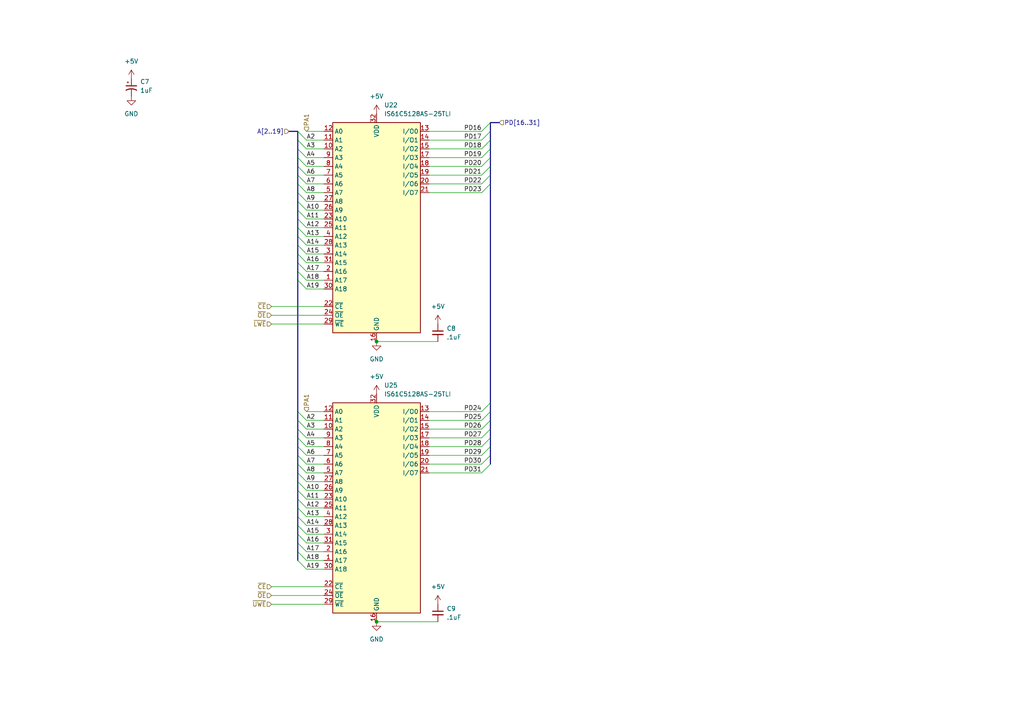
<source format=kicad_sch>
(kicad_sch (version 20230121) (generator eeschema)
  (paper "A4")
  (lib_symbols
    (symbol "Device:C_Polarized_Small_US" (pin_numbers hide) (pin_names (offset 0.254) hide)
      (property "Reference" "C" (at 0.254 1.778 0))
      (property "Value" "C_Polarized_Small_US" (at 0.254 -2.032 0))
      (symbol "C_Polarized_Small_US_0_1"
        (polyline (pts (xy -1.524 0.508) (xy 1.524 0.508)) (stroke (width 0.3048)))
        (polyline (pts (xy -1.27 1.524) (xy -0.762 1.524)))
        (polyline (pts (xy -1.016 1.27) (xy -1.016 1.778)))
        (arc (start 1.524 -0.762) (mid 0 -0.3734) (end -1.524 -0.762) (stroke (width 0.3048)))
      )
      (symbol "C_Polarized_Small_US_1_1"
        (pin passive line (at 0 2.54 270) (length 2.032) (name "~") (number "1"))
        (pin passive line (at 0 -2.54 90) (length 2.032) (name "~") (number "2"))
      )
    )
    (symbol "Device:C_Small" (pin_numbers hide) (pin_names (offset 0.254) hide)
      (property "Reference" "C" (at 0.254 1.778 0))
      (property "Value" "C_Small" (at 0.254 -2.032 0))
      (symbol "C_Small_0_1"
        (polyline (pts (xy -1.524 -0.508) (xy 1.524 -0.508)) (stroke (width 0.3302)))
        (polyline (pts (xy -1.524 0.508) (xy 1.524 0.508)) (stroke (width 0.3048)))
      )
      (symbol "C_Small_1_1"
        (pin passive line (at 0 2.54 270) (length 2.032) (name "~") (number "1"))
        (pin passive line (at 0 -2.54 90) (length 2.032) (name "~") (number "2"))
      )
    )
    (symbol "Memory_RAM:IS61C5128AS-25TLI"
      (property "Reference" "U" (at -10.16 31.75 0))
      (property "Value" "IS61C5128AS-25TLI" (at 12.7 31.75 0))
      (symbol "IS61C5128AS-25TLI_0_1"
        (rectangle (start -12.7 30.48) (end 12.7 -30.48) (stroke (width 0.254)) (fill (type background)))
      )
      (symbol "IS61C5128AS-25TLI_1_1"
        (pin input line (at -15.24 -15.24 0) (length 2.54) (name "A17") (number "1"))
        (pin input line (at -15.24 22.86 0) (length 2.54) (name "A2") (number "10"))
        (pin input line (at -15.24 25.4 0) (length 2.54) (name "A1") (number "11"))
        (pin input line (at -15.24 27.94 0) (length 2.54) (name "A0") (number "12"))
        (pin bidirectional line (at 15.24 27.94 180) (length 2.54) (name "I/O0") (number "13"))
        (pin bidirectional line (at 15.24 25.4 180) (length 2.54) (name "I/O1") (number "14"))
        (pin bidirectional line (at 15.24 22.86 180) (length 2.54) (name "I/O2") (number "15"))
        (pin power_in line (at 0 -33.02 90) (length 2.54) (name "GND") (number "16"))
        (pin bidirectional line (at 15.24 20.32 180) (length 2.54) (name "I/O3") (number "17"))
        (pin bidirectional line (at 15.24 17.78 180) (length 2.54) (name "I/O4") (number "18"))
        (pin bidirectional line (at 15.24 15.24 180) (length 2.54) (name "I/O5") (number "19"))
        (pin input line (at -15.24 -12.7 0) (length 2.54) (name "A16") (number "2"))
        (pin bidirectional line (at 15.24 12.7 180) (length 2.54) (name "I/O6") (number "20"))
        (pin bidirectional line (at 15.24 10.16 180) (length 2.54) (name "I/O7") (number "21"))
        (pin input line (at -15.24 -22.86 0) (length 2.54) (name "~{CE}") (number "22"))
        (pin input line (at -15.24 2.54 0) (length 2.54) (name "A10") (number "23"))
        (pin input line (at -15.24 -25.4 0) (length 2.54) (name "~{OE}") (number "24"))
        (pin input line (at -15.24 0 0) (length 2.54) (name "A11") (number "25"))
        (pin input line (at -15.24 5.08 0) (length 2.54) (name "A9") (number "26"))
        (pin input line (at -15.24 7.62 0) (length 2.54) (name "A8") (number "27"))
        (pin input line (at -15.24 -5.08 0) (length 2.54) (name "A13") (number "28"))
        (pin input line (at -15.24 -27.94 0) (length 2.54) (name "~{WE}") (number "29"))
        (pin input line (at -15.24 -7.62 0) (length 2.54) (name "A14") (number "3"))
        (pin input line (at -15.24 -17.78 0) (length 2.54) (name "A18") (number "30"))
        (pin input line (at -15.24 -10.16 0) (length 2.54) (name "A15") (number "31"))
        (pin power_in line (at 0 33.02 270) (length 2.54) (name "VDD") (number "32"))
        (pin input line (at -15.24 -2.54 0) (length 2.54) (name "A12") (number "4"))
        (pin input line (at -15.24 10.16 0) (length 2.54) (name "A7") (number "5"))
        (pin input line (at -15.24 12.7 0) (length 2.54) (name "A6") (number "6"))
        (pin input line (at -15.24 15.24 0) (length 2.54) (name "A5") (number "7"))
        (pin input line (at -15.24 17.78 0) (length 2.54) (name "A4") (number "8"))
        (pin input line (at -15.24 20.32 0) (length 2.54) (name "A3") (number "9"))
      )
    )
    (symbol "power:+5V" (power) (pin_names (offset 0))
      (property "Value" "+5V" (at 0 3.556 0))
      (symbol "+5V_0_1"
        (polyline (pts (xy -0.762 1.27) (xy 0 2.54)))
        (polyline (pts (xy 0 0) (xy 0 2.54)))
        (polyline (pts (xy 0 2.54) (xy 0.762 1.27)))
      )
      (symbol "+5V_1_1"
        (pin power_in line (at 0 0 90) (length 0) hide (name "+5V") (number "1"))
      )
    )
    (symbol "power:GND" (power) (pin_names (offset 0))
      (property "Value" "GND" (at 0 -3.81 0))
      (symbol "GND_0_1"
        (polyline (pts (xy 0 0) (xy 0 -1.27) (xy 1.27 -1.27) (xy 0 -2.54) (xy -1.27 -1.27) (xy 0 -1.27)))
      )
      (symbol "GND_1_1"
        (pin power_in line (at 0 0 270) (length 0) hide (name "GND") (number "1"))
      )
    )
  )
  (junction (at 109.22 99.06))
  (junction (at 109.22 180.34))
  (bus_entry (at 86.36 48.26) (size 2.54 2.54))
  (bus_entry (at 86.36 45.72) (size 2.54 2.54))
  (bus_entry (at 86.36 81.28) (size 2.54 2.54))
  (bus_entry (at 139.7 40.64) (size 2.54 -2.54))
  (bus_entry (at 86.36 63.5) (size 2.54 2.54))
  (bus_entry (at 86.36 53.34) (size 2.54 2.54))
  (bus_entry (at 86.36 58.42) (size 2.54 2.54))
  (bus_entry (at 86.36 40.64) (size 2.54 2.54))
  (bus_entry (at 86.36 66.04) (size 2.54 2.54))
  (bus_entry (at 139.7 53.34) (size 2.54 -2.54))
  (bus_entry (at 86.36 68.58) (size 2.54 2.54))
  (bus_entry (at 139.7 132.08) (size 2.54 -2.54))
  (bus_entry (at 86.36 147.32) (size 2.54 2.54))
  (bus_entry (at 139.7 48.26) (size 2.54 -2.54))
  (bus_entry (at 139.7 121.92) (size 2.54 -2.54))
  (bus_entry (at 86.36 149.86) (size 2.54 2.54))
  (bus_entry (at 139.7 45.72) (size 2.54 -2.54))
  (bus_entry (at 86.36 38.1) (size 2.54 2.54))
  (bus_entry (at 139.7 137.16) (size 2.54 -2.54))
  (bus_entry (at 86.36 137.16) (size 2.54 2.54))
  (bus_entry (at 86.36 142.24) (size 2.54 2.54))
  (bus_entry (at 86.36 127) (size 2.54 2.54))
  (bus_entry (at 86.36 50.8) (size 2.54 2.54))
  (bus_entry (at 86.36 154.94) (size 2.54 2.54))
  (bus_entry (at 86.36 78.74) (size 2.54 2.54))
  (bus_entry (at 86.36 119.38) (size 2.54 2.54))
  (bus_entry (at 86.36 129.54) (size 2.54 2.54))
  (bus_entry (at 86.36 60.96) (size 2.54 2.54))
  (bus_entry (at 86.36 160.02) (size 2.54 2.54))
  (bus_entry (at 86.36 134.62) (size 2.54 2.54))
  (bus_entry (at 139.7 55.88) (size 2.54 -2.54))
  (bus_entry (at 86.36 124.46) (size 2.54 2.54))
  (bus_entry (at 86.36 55.88) (size 2.54 2.54))
  (bus_entry (at 86.36 73.66) (size 2.54 2.54))
  (bus_entry (at 139.7 50.8) (size 2.54 -2.54))
  (bus_entry (at 139.7 38.1) (size 2.54 -2.54))
  (bus_entry (at 86.36 144.78) (size 2.54 2.54))
  (bus_entry (at 139.7 43.18) (size 2.54 -2.54))
  (bus_entry (at 139.7 119.38) (size 2.54 -2.54))
  (bus_entry (at 139.7 134.62) (size 2.54 -2.54))
  (bus_entry (at 86.36 132.08) (size 2.54 2.54))
  (bus_entry (at 139.7 124.46) (size 2.54 -2.54))
  (bus_entry (at 139.7 127) (size 2.54 -2.54))
  (bus_entry (at 139.7 129.54) (size 2.54 -2.54))
  (bus_entry (at 86.36 152.4) (size 2.54 2.54))
  (bus_entry (at 86.36 76.2) (size 2.54 2.54))
  (bus_entry (at 86.36 139.7) (size 2.54 2.54))
  (bus_entry (at 86.36 162.56) (size 2.54 2.54))
  (bus_entry (at 86.36 157.48) (size 2.54 2.54))
  (bus_entry (at 86.36 71.12) (size 2.54 2.54))
  (bus_entry (at 86.36 121.92) (size 2.54 2.54))
  (bus_entry (at 86.36 43.18) (size 2.54 2.54))
  (bus (pts (xy 142.24 45.72) (xy 142.24 48.26)))
  (bus (pts (xy 86.36 76.2) (xy 86.36 78.74)))
  (wire (pts (xy 88.9 132.08) (xy 93.98 132.08)))
  (wire (pts (xy 78.74 170.18) (xy 93.98 170.18)))
  (wire (pts (xy 88.9 48.26) (xy 93.98 48.26)))
  (bus (pts (xy 86.36 60.96) (xy 86.36 63.5)))
  (bus (pts (xy 86.36 132.08) (xy 86.36 134.62)))
  (bus (pts (xy 86.36 139.7) (xy 86.36 142.24)))
  (bus (pts (xy 86.36 53.34) (xy 86.36 55.88)))
  (bus (pts (xy 86.36 124.46) (xy 86.36 127)))
  (bus (pts (xy 86.36 147.32) (xy 86.36 149.86)))
  (wire (pts (xy 88.9 73.66) (xy 93.98 73.66)))
  (wire (pts (xy 124.46 119.38) (xy 139.7 119.38)))
  (wire (pts (xy 88.9 124.46) (xy 93.98 124.46)))
  (bus (pts (xy 86.36 45.72) (xy 86.36 48.26)))
  (bus (pts (xy 86.36 81.28) (xy 86.36 119.38)))
  (bus (pts (xy 86.36 78.74) (xy 86.36 81.28)))
  (wire (pts (xy 88.9 165.1) (xy 93.98 165.1)))
  (wire (pts (xy 124.46 48.26) (xy 139.7 48.26)))
  (wire (pts (xy 88.9 43.18) (xy 93.98 43.18)))
  (wire (pts (xy 124.46 132.08) (xy 139.7 132.08)))
  (bus (pts (xy 142.24 50.8) (xy 142.24 53.34)))
  (wire (pts (xy 88.9 55.88) (xy 93.98 55.88)))
  (bus (pts (xy 142.24 129.54) (xy 142.24 132.08)))
  (wire (pts (xy 88.9 45.72) (xy 93.98 45.72)))
  (wire (pts (xy 88.9 71.12) (xy 93.98 71.12)))
  (bus (pts (xy 86.36 149.86) (xy 86.36 152.4)))
  (wire (pts (xy 124.46 137.16) (xy 139.7 137.16)))
  (wire (pts (xy 124.46 134.62) (xy 139.7 134.62)))
  (wire (pts (xy 88.9 53.34) (xy 93.98 53.34)))
  (wire (pts (xy 124.46 53.34) (xy 139.7 53.34)))
  (wire (pts (xy 78.74 91.44) (xy 93.98 91.44)))
  (bus (pts (xy 142.24 38.1) (xy 142.24 40.64)))
  (wire (pts (xy 78.74 172.72) (xy 93.98 172.72)))
  (bus (pts (xy 142.24 121.92) (xy 142.24 124.46)))
  (bus (pts (xy 86.36 157.48) (xy 86.36 160.02)))
  (wire (pts (xy 88.9 121.92) (xy 93.98 121.92)))
  (bus (pts (xy 86.36 50.8) (xy 86.36 53.34)))
  (wire (pts (xy 88.9 154.94) (xy 93.98 154.94)))
  (wire (pts (xy 88.9 78.74) (xy 93.98 78.74)))
  (wire (pts (xy 88.9 147.32) (xy 93.98 147.32)))
  (wire (pts (xy 78.74 88.9) (xy 93.98 88.9)))
  (bus (pts (xy 142.24 48.26) (xy 142.24 50.8)))
  (wire (pts (xy 109.22 99.06) (xy 127 99.06)))
  (wire (pts (xy 88.9 127) (xy 93.98 127)))
  (bus (pts (xy 142.24 43.18) (xy 142.24 45.72)))
  (wire (pts (xy 88.9 144.78) (xy 93.98 144.78)))
  (wire (pts (xy 88.9 160.02) (xy 93.98 160.02)))
  (wire (pts (xy 88.9 157.48) (xy 93.98 157.48)))
  (wire (pts (xy 88.9 83.82) (xy 93.98 83.82)))
  (wire (pts (xy 88.9 50.8) (xy 93.98 50.8)))
  (bus (pts (xy 142.24 40.64) (xy 142.24 43.18)))
  (wire (pts (xy 124.46 45.72) (xy 139.7 45.72)))
  (wire (pts (xy 124.46 40.64) (xy 139.7 40.64)))
  (bus (pts (xy 86.36 55.88) (xy 86.36 58.42)))
  (wire (pts (xy 124.46 127) (xy 139.7 127)))
  (bus (pts (xy 142.24 35.56) (xy 142.24 38.1)))
  (bus (pts (xy 86.36 63.5) (xy 86.36 66.04)))
  (wire (pts (xy 88.9 134.62) (xy 93.98 134.62)))
  (wire (pts (xy 88.9 40.64) (xy 93.98 40.64)))
  (bus (pts (xy 86.36 73.66) (xy 86.36 76.2)))
  (bus (pts (xy 86.36 129.54) (xy 86.36 132.08)))
  (wire (pts (xy 88.9 129.54) (xy 93.98 129.54)))
  (bus (pts (xy 86.36 134.62) (xy 86.36 137.16)))
  (bus (pts (xy 86.36 142.24) (xy 86.36 144.78)))
  (bus (pts (xy 142.24 119.38) (xy 142.24 121.92)))
  (wire (pts (xy 124.46 38.1) (xy 139.7 38.1)))
  (wire (pts (xy 88.9 66.04) (xy 93.98 66.04)))
  (wire (pts (xy 88.9 162.56) (xy 93.98 162.56)))
  (wire (pts (xy 124.46 43.18) (xy 139.7 43.18)))
  (wire (pts (xy 109.22 180.34) (xy 127 180.34)))
  (bus (pts (xy 83.82 38.1) (xy 86.36 38.1)))
  (bus (pts (xy 142.24 132.08) (xy 142.24 134.62)))
  (wire (pts (xy 88.9 149.86) (xy 93.98 149.86)))
  (bus (pts (xy 142.24 124.46) (xy 142.24 127)))
  (bus (pts (xy 142.24 127) (xy 142.24 129.54)))
  (wire (pts (xy 124.46 50.8) (xy 139.7 50.8)))
  (bus (pts (xy 86.36 58.42) (xy 86.36 60.96)))
  (bus (pts (xy 86.36 38.1) (xy 86.36 40.64)))
  (wire (pts (xy 78.74 93.98) (xy 93.98 93.98)))
  (bus (pts (xy 86.36 137.16) (xy 86.36 139.7)))
  (wire (pts (xy 88.9 76.2) (xy 93.98 76.2)))
  (bus (pts (xy 86.36 154.94) (xy 86.36 157.48)))
  (wire (pts (xy 78.74 175.26) (xy 93.98 175.26)))
  (wire (pts (xy 88.9 139.7) (xy 93.98 139.7)))
  (bus (pts (xy 142.24 116.84) (xy 142.24 119.38)))
  (wire (pts (xy 88.9 38.1) (xy 93.98 38.1)))
  (wire (pts (xy 88.9 81.28) (xy 93.98 81.28)))
  (bus (pts (xy 86.36 121.92) (xy 86.36 124.46)))
  (wire (pts (xy 88.9 152.4) (xy 93.98 152.4)))
  (wire (pts (xy 124.46 121.92) (xy 139.7 121.92)))
  (wire (pts (xy 124.46 129.54) (xy 139.7 129.54)))
  (bus (pts (xy 142.24 53.34) (xy 142.24 116.84)))
  (bus (pts (xy 86.36 160.02) (xy 86.36 162.56)))
  (bus (pts (xy 86.36 68.58) (xy 86.36 71.12)))
  (bus (pts (xy 86.36 48.26) (xy 86.36 50.8)))
  (wire (pts (xy 88.9 60.96) (xy 93.98 60.96)))
  (wire (pts (xy 88.9 63.5) (xy 93.98 63.5)))
  (wire (pts (xy 124.46 55.88) (xy 139.7 55.88)))
  (wire (pts (xy 124.46 124.46) (xy 139.7 124.46)))
  (wire (pts (xy 88.9 68.58) (xy 93.98 68.58)))
  (wire (pts (xy 88.9 142.24) (xy 93.98 142.24)))
  (bus (pts (xy 86.36 40.64) (xy 86.36 43.18)))
  (bus (pts (xy 86.36 119.38) (xy 86.36 121.92)))
  (bus (pts (xy 86.36 66.04) (xy 86.36 68.58)))
  (bus (pts (xy 86.36 127) (xy 86.36 129.54)))
  (wire (pts (xy 88.9 119.38) (xy 93.98 119.38)))
  (bus (pts (xy 86.36 71.12) (xy 86.36 73.66)))
  (wire (pts (xy 88.9 137.16) (xy 93.98 137.16)))
  (bus (pts (xy 86.36 152.4) (xy 86.36 154.94)))
  (bus (pts (xy 86.36 144.78) (xy 86.36 147.32)))
  (bus (pts (xy 86.36 43.18) (xy 86.36 45.72)))
  (bus (pts (xy 144.78 35.56) (xy 142.24 35.56)))
  (wire (pts (xy 88.9 58.42) (xy 93.98 58.42)))
  (label "A16" (at 88.9 157.48 0))
  (label "PD27" (at 139.7 127 180))
  (label "A12" (at 88.9 66.04 0))
  (label "A18" (at 88.9 162.56 0))
  (label "PD18" (at 139.7 43.18 180))
  (label "A11" (at 88.9 144.78 0))
  (label "A5" (at 88.9 48.26 0))
  (label "PD21" (at 139.7 50.8 180))
  (label "PD25" (at 139.7 121.92 180))
  (label "A15" (at 88.9 154.94 0))
  (label "A17" (at 88.9 78.74 0))
  (label "A16" (at 88.9 76.2 0))
  (label "A13" (at 88.9 68.58 0))
  (label "PD28" (at 139.7 129.54 180))
  (label "A6" (at 88.9 132.08 0))
  (label "A4" (at 88.9 127 0))
  (label "A5" (at 88.9 129.54 0))
  (label "PD20" (at 139.7 48.26 180))
  (label "A13" (at 88.9 149.86 0))
  (label "A19" (at 88.9 165.1 0))
  (label "A9" (at 88.9 139.7 0))
  (label "A2" (at 88.9 40.64 0))
  (label "PD31" (at 139.7 137.16 180))
  (label "A12" (at 88.9 147.32 0))
  (label "A18" (at 88.9 81.28 0))
  (label "A11" (at 88.9 63.5 0))
  (label "A3" (at 88.9 124.46 0))
  (label "PD22" (at 139.7 53.34 180))
  (label "A14" (at 88.9 152.4 0))
  (label "A15" (at 88.9 73.66 0))
  (label "A19" (at 88.9 83.82 0))
  (label "A4" (at 88.9 45.72 0))
  (label "PD16" (at 139.7 38.1 180))
  (label "A10" (at 88.9 142.24 0))
  (label "PD26" (at 139.7 124.46 180))
  (label "PD19" (at 139.7 45.72 180))
  (label "A17" (at 88.9 160.02 0))
  (label "A3" (at 88.9 43.18 0))
  (label "A14" (at 88.9 71.12 0))
  (label "A7" (at 88.9 53.34 0))
  (label "A8" (at 88.9 137.16 0))
  (label "PD29" (at 139.7 132.08 180))
  (label "A9" (at 88.9 58.42 0))
  (label "PD23" (at 139.7 55.88 180))
  (label "PD24" (at 139.7 119.38 180))
  (label "A7" (at 88.9 134.62 0))
  (label "PD30" (at 139.7 134.62 180))
  (label "A6" (at 88.9 50.8 0))
  (label "A2" (at 88.9 121.92 0))
  (label "A8" (at 88.9 55.88 0))
  (label "PD17" (at 139.7 40.64 180))
  (label "A10" (at 88.9 60.96 0))
  (hierarchical_label "~{LWE}" (shape input) (at 78.74 93.98 180))
  (hierarchical_label "~{CE}" (shape input) (at 78.74 170.18 180))
  (hierarchical_label "~{UWE}" (shape input) (at 78.74 175.26 180))
  (hierarchical_label "PA1" (shape input) (at 88.9 119.38 90))
  (hierarchical_label "A[2..19]" (shape input) (at 83.82 38.1 180))
  (hierarchical_label "PD[16..31]" (shape input) (at 144.78 35.56 0))
  (hierarchical_label "PA1" (shape input) (at 88.9 38.1 90))
  (hierarchical_label "~{CE}" (shape input) (at 78.74 88.9 180))
  (hierarchical_label "~{OE}" (shape input) (at 78.74 91.44 180))
  (hierarchical_label "~{OE}" (shape input) (at 78.74 172.72 180))
  (symbol (lib_id "power:+5V") (at 127 93.98 0) (unit 1)
    (property "Reference" "#PWR0124" (effects hide))
    (property "Value" "+5V" (at 127 88.9 0))
  )
  (symbol (lib_id "power:+5V") (at 38.1 22.86 0) (unit 1)
    (property "Reference" "#PWR0125" (effects hide))
    (property "Value" "+5V" (at 38.1 17.78 0))
  )
  (symbol (lib_id "Memory_RAM:IS61C5128AS-25TLI") (at 109.22 66.04 0) (unit 1)
    (property "Reference" "U22" (at 111.4141 30.48 0) (effects (justify left)))
    (property "Value" "IS61C5128AS-25TLI" (at 111.4141 33.02 0) (effects (justify left)))
    (property "Footprint" "Package_SO:TSOP-II-32_21.0x10.2mm_P1.27mm" (effects hide))
    (property "Datasheet" "http://www.issi.com/WW/pdf/61-64C5128AL.pdf" (effects hide))
  )
  (symbol (lib_id "power:GND") (at 109.22 99.06 0) (unit 1)
    (property "Reference" "#PWR0118" (effects hide))
    (property "Value" "GND" (at 109.22 104.14 0))
  )
  (symbol (lib_id "Device:C_Polarized_Small_US") (at 38.1 25.4 0) (unit 1)
    (property "Reference" "C7" (at 40.64 23.6982 0) (effects (justify left)))
    (property "Value" "1uF" (at 40.64 26.2382 0) (effects (justify left)))
  )
  (symbol (lib_id "power:+5V") (at 127 175.26 0) (unit 1)
    (property "Reference" "#PWR0123" (effects hide))
    (property "Value" "+5V" (at 127 170.18 0))
  )
  (symbol (lib_id "power:+5V") (at 109.22 33.02 0) (unit 1)
    (property "Reference" "#PWR0122" (effects hide))
    (property "Value" "+5V" (at 109.22 27.94 0))
  )
  (symbol (lib_id "Memory_RAM:IS61C5128AS-25TLI") (at 109.22 147.32 0) (unit 1)
    (property "Reference" "U25" (at 111.4141 111.76 0) (effects (justify left)))
    (property "Value" "IS61C5128AS-25TLI" (at 111.4141 114.3 0) (effects (justify left)))
    (property "Footprint" "Package_SO:TSOP-II-32_21.0x10.2mm_P1.27mm" (effects hide))
    (property "Datasheet" "http://www.issi.com/WW/pdf/61-64C5128AL.pdf" (effects hide))
  )
  (symbol (lib_id "power:GND") (at 109.22 180.34 0) (unit 1)
    (property "Reference" "#PWR0119" (effects hide))
    (property "Value" "GND" (at 109.22 185.42 0))
  )
  (symbol (lib_id "power:+5V") (at 109.22 114.3 0) (unit 1)
    (property "Reference" "#PWR0121" (effects hide))
    (property "Value" "+5V" (at 109.22 109.22 0))
  )
  (symbol (lib_id "power:GND") (at 38.1 27.94 0) (unit 1)
    (property "Reference" "#PWR0126" (effects hide))
    (property "Value" "GND" (at 38.1 33.02 0))
  )
  (symbol (lib_id "Device:C_Small") (at 127 96.52 0) (unit 1)
    (property "Reference" "C8" (at 129.54 95.2563 0) (effects (justify left)))
    (property "Value" ".1uF" (at 129.54 97.7963 0) (effects (justify left)))
  )
  (symbol (lib_id "Device:C_Small") (at 127 177.8 0) (unit 1)
    (property "Reference" "C9" (at 129.54 176.5363 0) (effects (justify left)))
    (property "Value" ".1uF" (at 129.54 179.0763 0) (effects (justify left)))
  )
)
</source>
